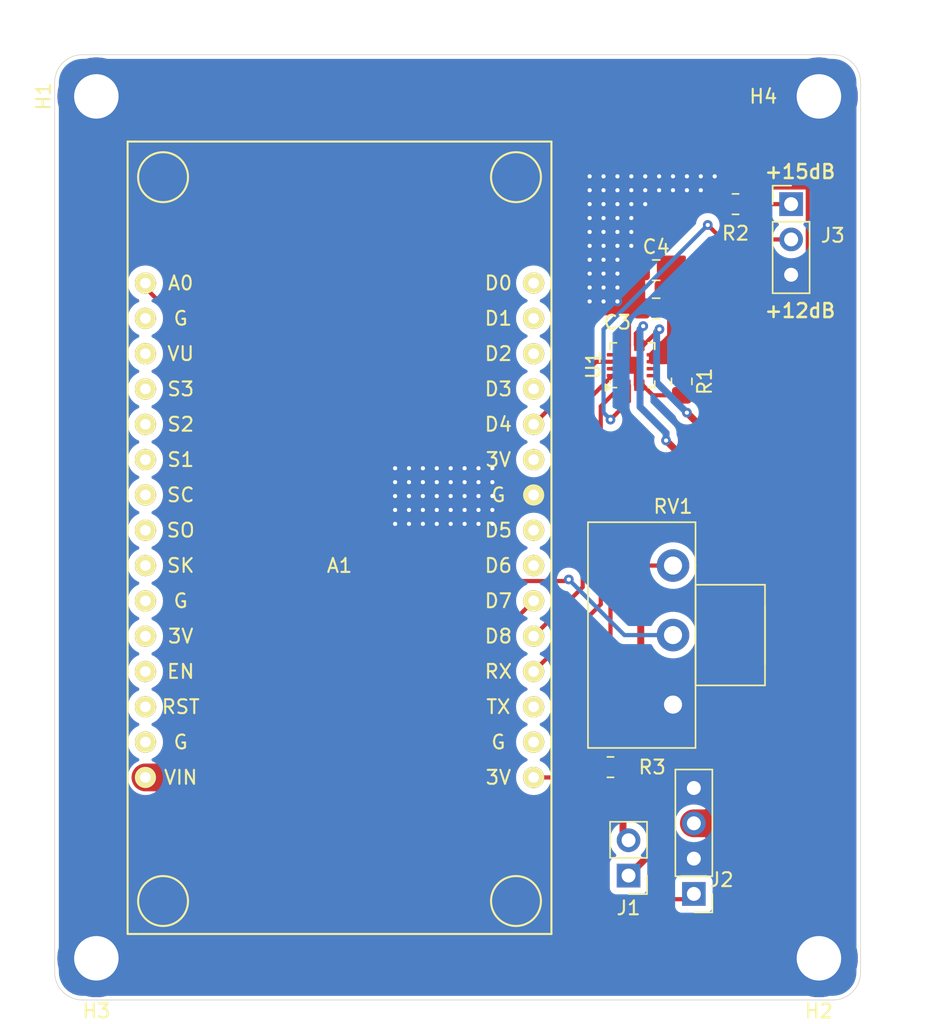
<source format=kicad_pcb>
(kicad_pcb (version 20240108) (generator "pcbnew") (generator_version "8.0")
  (layers (0 "F.Cu" signal) (31 "B.Cu" signal) (34 "B.Paste" user) (35 "F.Paste" user) (36 "B.SilkS" user "B.Silkscreen") (37 "F.SilkS" user "F.Silkscreen") (38 "B.Mask" user) (39 "F.Mask" user) (44 "Edge.Cuts" user))
  (net 0 "")
  (net 1 "BCLK")
  (net 2 "LRC")
  (net 3 "DIN")
  (net 4 "Net-(J1-Pin_1)")
  (net 5 "Net-(J1-Pin_2)")
  (net 6 "GAIN_SELECT")
  (net 7 "Net-(U1-~{SD_MODE})")
  (net 12 "+3.3V")
  (net 13 "GND")
  (net 14 "+5V")
  (net 15 "Net-(J3-Pin_1)")
  (net 16 "Net-(A1-D7)")
  (net 17 "Net-(A1-A0)")
  (footprint "Connector_PinHeader_2.54mm:PinHeader_1x03_P2.54mm_Vertical" (layer "F.Cu") (at 165 70.75)
    (property "Reference" "J3" (at 3 2.25 0) (layer "F.SilkS"))
    (property "Value" "Conn_01x03_Pin")
    (fp_line (start -1.33 -1.33) (end 0 -1.33) (stroke (width 0.12)) (layer "F.SilkS"))
    (fp_line (start -1.33 0) (end -1.33 -1.33) (stroke (width 0.12)) (layer "F.SilkS"))
    (fp_line (start -1.33 1.27) (end -1.33 6.41) (stroke (width 0.12)) (layer "F.SilkS"))
    (fp_line (start -1.33 1.27) (end 1.33 1.27) (stroke (width 0.12)) (layer "F.SilkS"))
    (fp_line (start -1.33 6.41) (end 1.33 6.41) (stroke (width 0.12)) (layer "F.SilkS"))
    (fp_line (start 1.33 1.27) (end 1.33 6.41) (stroke (width 0.12)) (layer "F.SilkS"))
    (pad "1" thru_hole rect (at 0 0) (size 1.7 1.7) (drill 1) (layers "*.Cu" "*.Mask") (net 15 "Net-(J3-Pin_1)"))
    (pad "2" thru_hole oval (at 0 2.54) (size 1.7 1.7) (drill 1) (layers "*.Cu" "*.Mask") (net 6 "GAIN_SELECT"))
    (pad "3" thru_hole oval (at 0 5.08) (size 1.7 1.7) (drill 1) (layers "*.Cu" "*.Mask") (net 13 "GND"))
  )
  (footprint "Connector_PinHeader_2.54mm:PinHeader_1x04_P2.54mm_Vertical" (layer "F.Cu") (at 158 120.37 180)
    (property "Reference" "J2" (at -2 1.02 0) (layer "F.SilkS"))
    (property "Value" "Conn_01x04_Pin")
    (fp_line (start 1.33 1.27) (end 1.33 8.95) (stroke (width 0.12)) (layer "F.SilkS"))
    (fp_line (start -1.33 8.95) (end 1.33 8.95) (stroke (width 0.12)) (layer "F.SilkS"))
    (fp_line (start -1.33 1.27) (end 1.33 1.27) (stroke (width 0.12)) (layer "F.SilkS"))
    (fp_line (start -1.33 1.27) (end -1.33 8.95) (stroke (width 0.12)) (layer "F.SilkS"))
    (fp_line (start -1.33 0) (end -1.33 -1.33) (stroke (width 0.12)) (layer "F.SilkS"))
    (fp_line (start -1.33 -1.33) (end 0 -1.33) (stroke (width 0.12)) (layer "F.SilkS"))
    (pad "1" thru_hole rect (at 0 0 180) (size 1.7 1.7) (drill 1) (layers "*.Cu" "*.Mask") (net 16 "Net-(A1-D7)"))
    (pad "2" thru_hole oval (at 0 2.54 180) (size 1.7 1.7) (drill 1) (layers "*.Cu" "*.Mask") (net 13 "GND"))
    (pad "3" thru_hole oval (at 0 5.08 180) (size 1.7 1.7) (drill 1) (layers "*.Cu" "*.Mask") (net 14 "+5V"))
    (pad "4" thru_hole oval (at 0 7.62 180) (size 1.7 1.7) (drill 1) (layers "*.Cu" "*.Mask") (net 13 "GND"))
  )
  (footprint "MountingHole:MountingHole_3.2mm_M3_DIN965_Pad_TopBottom" (layer "F.Cu") (at 167 63 180)
    (property "Reference" "H4" (at 4 0 180) (layer "F.SilkS"))
    (property "Value" "MountingHole_Pad")
    (pad "1" thru_hole circle (at 0 0 180) (size 3.6 3.6) (drill 3.2) (layers "*.Cu" "*.Mask") (net 13 "GND"))
    (pad "1" connect circle (at 0 0 180) (size 5.6 5.6) (layers "F.Cu" "F.Mask") (net 13 "GND"))
    (pad "1" connect circle (at 0 0 180) (size 5.6 5.6) (layers "B.Cu" "B.Mask") (net 13 "GND"))
  )
  (footprint "Resistor_SMD:R_0805_2012Metric_Pad1.20x1.40mm_HandSolder" (layer "F.Cu") (at 157.125 83.5 -90)
    (property "Reference" "R1" (at 0 -1.65 90) (layer "F.SilkS"))
    (property "Value" "1M")
    (fp_line (start -0.227064 0.735) (end 0.227064 0.735) (stroke (width 0.12)) (layer "F.SilkS"))
    (fp_line (start -0.227064 -0.735) (end 0.227064 -0.735) (stroke (width 0.12)) (layer "F.SilkS"))
    (pad "1" smd roundrect (at -1 0 270) (size 1.2 1.4) (layers "F.Cu" "F.Paste" "F.Mask") (roundrect_rratio 0.208333) (net 14 "+5V"))
    (pad "2" smd roundrect (at 1 0 270) (size 1.2 1.4) (layers "F.Cu" "F.Paste" "F.Mask") (roundrect_rratio 0.208333) (net 7 "Net-(U1-~{SD_MODE})"))
  )
  (footprint "MountingHole:MountingHole_3.2mm_M3_DIN965_Pad_TopBottom" (layer "F.Cu") (at 167 125 180)
    (property "Reference" "H2" (at 0 -3.8 180) (layer "F.SilkS"))
    (property "Value" "MountingHole_Pad")
    (pad "1" thru_hole circle (at 0 0 180) (size 3.6 3.6) (drill 3.2) (layers "*.Cu" "*.Mask") (net 13 "GND"))
    (pad "1" connect circle (at 0 0 180) (size 5.6 5.6) (layers "F.Cu" "F.Mask") (net 13 "GND"))
    (pad "1" connect circle (at 0 0 180) (size 5.6 5.6) (layers "B.Cu" "B.Mask") (net 13 "GND"))
  )
  (footprint "Capacitor_SMD:C_0805_2012Metric_Pad1.18x1.45mm_HandSolder" (layer "F.Cu") (at 155.2875 75.5)
    (property "Reference" "C4" (at 0 -1.68 0) (layer "F.SilkS"))
    (property "Value" "10uF")
    (fp_line (start -0.261252 -0.735) (end 0.261252 -0.735) (stroke (width 0.12)) (layer "F.SilkS"))
    (fp_line (start -0.261252 0.735) (end 0.261252 0.735) (stroke (width 0.12)) (layer "F.SilkS"))
    (pad "1" smd roundrect (at -1.0375 0) (size 1.175 1.45) (layers "F.Cu" "F.Paste" "F.Mask") (roundrect_rratio 0.212766) (net 13 "GND"))
    (pad "2" smd roundrect (at 1.0375 0) (size 1.175 1.45) (layers "F.Cu" "F.Paste" "F.Mask") (roundrect_rratio 0.212766) (net 14 "+5V"))
  )
  (footprint "Potentiometer_THT:Potentiometer_Piher_T-16H_Single_Horizontal" (layer "F.Cu") (at 156.5 106.75)
    (property "Reference" "RV1" (at 0 -14.25 0) (layer "F.SilkS"))
    (property "Value" "R_Potentiometer")
    (fp_line (start -6.12 -13.12) (end -6.12 3.12) (stroke (width 0.12)) (layer "F.SilkS"))
    (fp_line (start -6.12 -13.12) (end 1.62 -13.12) (stroke (width 0.12)) (layer "F.SilkS"))
    (fp_line (start -6.12 3.12) (end 1.62 3.12) (stroke (width 0.12)) (layer "F.SilkS"))
    (fp_line (start 1.62 -13.12) (end 1.62 3.12) (stroke (width 0.12)) (layer "F.SilkS"))
    (fp_line (start 1.62 -8.62) (end 1.62 -1.38) (stroke (width 0.12)) (layer "F.SilkS"))
    (fp_line (start 1.62 -8.62) (end 6.62 -8.62) (stroke (width 0.12)) (layer "F.SilkS"))
    (fp_line (start 1.62 -1.38) (end 6.62 -1.38) (stroke (width 0.12)) (layer "F.SilkS"))
    (fp_line (start 6.62 -8.62) (end 6.62 -1.38) (stroke (width 0.12)) (layer "F.SilkS"))
    (fp_line (start 6.62 -7.12) (end 6.62 -2.88) (stroke (width 0.12)) (layer "F.SilkS"))
    (pad "1" thru_hole circle (at 0 0) (size 2.34 2.34) (drill 1.3) (layers "*.Cu" "*.Mask") (net 13 "GND"))
    (pad "2" thru_hole circle (at 0 -5) (size 2.34 2.34) (drill 1.3) (layers "*.Cu" "*.Mask") (net 17 "Net-(A1-A0)"))
    (pad "3" thru_hole circle (at 0 -10) (size 2.34 2.34) (drill 1.3) (layers "*.Cu" "*.Mask") (net 12 "+3.3V"))
  )
  (footprint "MountingHole:MountingHole_3.2mm_M3_DIN965_Pad_TopBottom" (layer "F.Cu") (at 115 125 180)
    (property "Reference" "H3" (at 0 -3.8 180) (layer "F.SilkS"))
    (property "Value" "MountingHole_Pad")
    (pad "1" thru_hole circle (at 0 0 180) (size 3.6 3.6) (drill 3.2) (layers "*.Cu" "*.Mask") (net 13 "GND"))
    (pad "1" connect circle (at 0 0 180) (size 5.6 5.6) (layers "F.Cu" "F.Mask") (net 13 "GND"))
    (pad "1" connect circle (at 0 0 180) (size 5.6 5.6) (layers "B.Cu" "B.Mask") (net 13 "GND"))
  )
  (footprint "MountingHole:MountingHole_3.2mm_M3_DIN965_Pad_TopBottom" (layer "F.Cu") (at 115 63 90)
    (property "Reference" "H1" (at 0 -3.8 90) (layer "F.SilkS"))
    (property "Value" "MountingHole_Pad")
    (pad "1" thru_hole circle (at 0 0 90) (size 3.6 3.6) (drill 3.2) (layers "*.Cu" "*.Mask") (net 13 "GND"))
    (pad "1" connect circle (at 0 0 90) (size 5.6 5.6) (layers "F.Cu" "F.Mask") (net 13 "GND"))
    (pad "1" connect circle (at 0 0 90) (size 5.6 5.6) (layers "B.Cu" "B.Mask") (net 13 "GND"))
  )
  (footprint "footprints:NodeMCU-LoLinV3" (layer "F.Cu") (at 132.5 96.75)
    (property "Reference" "A1" (at 0 0 0) (layer "F.SilkS"))
    (property "Value" "~")
    (fp_line (start -15.25 -30.5) (end -15.25 26.5) (stroke (width 0.15)) (layer "F.SilkS"))
    (fp_line (start -15.25 26.5) (end 15.25 26.5) (stroke (width 0.15)) (layer "F.SilkS"))
    (fp_line (start -14.75 -30.5) (end -15.25 -30.5) (stroke (width 0.15)) (layer "F.SilkS"))
    (fp_line (start 15.25 -30.5) (end -14.75 -30.5) (stroke (width 0.15)) (layer "F.SilkS"))
    (fp_line (start 15.25 26.5) (end 15.25 -30.5) (stroke (width 0.15)) (layer "F.SilkS"))
    (fp_circle (center -12.7 -27.94) (end -11.43 -29.21) (stroke (width 0.15)) (fill none) (layer "F.SilkS"))
    (fp_circle (center -12.7 24.13) (end -11.43 22.86) (stroke (width 0.15)) (fill none) (layer "F.SilkS"))
    (fp_circle (center 12.7 -27.94) (end 13.97 -29.21) (stroke (width 0.15)) (fill none) (layer "F.SilkS"))
    (fp_circle (center 12.7 24.13) (end 13.97 22.86) (stroke (width 0.15)) (fill none) (layer "F.SilkS"))
    (fp_text user "A0" (at -11.43 -20.32 0) (layer "F.SilkS"))
    (fp_text user "G" (at -11.43 -17.78 0) (layer "F.SilkS"))
    (fp_text user "D3" (at 11.43 -12.7 0) (layer "F.SilkS"))
    (fp_text user "G" (at 11.43 -5.08 0) (layer "F.SilkS"))
    (fp_text user "S1" (at -11.43 -7.62 0) (layer "F.SilkS"))
    (fp_text user "VU" (at -11.43 -15.24 0) (layer "F.SilkS"))
    (fp_text user "SO" (at -11.43 -2.54 0) (layer "F.SilkS"))
    (fp_text user "D5" (at 11.43 -2.54 0) (layer "F.SilkS"))
    (fp_text user "D6" (at 11.43 0 0) (layer "F.SilkS"))
    (fp_text user "SC" (at -11.43 -5.08 0) (layer "F.SilkS"))
    (fp_text user "3V" (at 11.43 15.24 0) (layer "F.SilkS"))
    (fp_text user "S2" (at -11.43 -10.16 0) (layer "F.SilkS"))
    (fp_text user "G" (at 11.43 12.7 0) (layer "F.SilkS"))
    (fp_text user "G" (at -11.43 12.7 0) (layer "F.SilkS"))
    (fp_text user "D0" (at 11.43 -20.32 0) (layer "F.SilkS"))
    (fp_text user "D4" (at 11.43 -10.16 0) (layer "F.SilkS"))
    (fp_text user "S3" (at -11.43 -12.7 0) (layer "F.SilkS"))
    (fp_text user "RX" (at 11.43 7.62 0) (layer "F.SilkS"))
    (fp_text user "VIN" (at -11.43 15.24 0) (layer "F.SilkS"))
    (fp_text user "D2" (at 11.43 -15.24 0) (layer "F.SilkS"))
    (fp_text user "SK" (at -11.43 0 0) (layer "F.SilkS"))
    (fp_text user "3V" (at -11.43 5.08 0) (layer "F.SilkS"))
    (fp_text user "EN" (at -11.43 7.62 0) (layer "F.SilkS"))
    (fp_text user "D8" (at 11.43 5.08 0) (layer "F.SilkS"))
    (fp_text user "3V" (at 11.43 -7.62 0) (layer "F.SilkS"))
    (fp_text user "G" (at -11.43 2.54 0) (layer "F.SilkS"))
    (fp_text user "D7" (at 11.43 2.54 0) (layer "F.SilkS"))
    (fp_text user "TX" (at 11.43 10.16 0) (layer "F.SilkS"))
    (fp_text user "RST" (at -11.43 10.16 0) (layer "F.SilkS"))
    (fp_text user "D1" (at 11.43 -17.78 0) (layer "F.SilkS"))
    (pad "1" thru_hole circle (at -13.97 -20.32) (size 1.524 1.524) (drill 0.762) (layers "*.Cu" "*.Mask" "F.SilkS") (net 17 "Net-(A1-A0)"))
    (pad "2" thru_hole circle (at -13.97 -17.78) (size 1.524 1.524) (drill 0.762) (layers "*.Cu" "*.Mask" "F.SilkS"))
    (pad "3" thru_hole circle (at -13.97 -15.24) (size 1.524 1.524) (drill 0.762) (layers "*.Cu" "*.Mask" "F.SilkS"))
    (pad "4" thru_hole circle (at -13.97 -12.7) (size 1.524 1.524) (drill 0.762) (layers "*.Cu" "*.Mask" "F.SilkS"))
    (pad "5" thru_hole circle (at -13.97 -10.16) (size 1.524 1.524) (drill 0.762) (layers "*.Cu" "*.Mask" "F.SilkS"))
    (pad "6" thru_hole circle (at -13.97 -7.62) (size 1.524 1.524) (drill 0.762) (layers "*.Cu" "*.Mask" "F.SilkS"))
    (pad "7" thru_hole circle (at -13.97 -5.08) (size 1.524 1.524) (drill 0.762) (layers "*.Cu" "*.Mask" "F.SilkS"))
    (pad "8" thru_hole circle (at -13.97 -2.54) (size 1.524 1.524) (drill 0.762) (layers "*.Cu" "*.Mask" "F.SilkS"))
    (pad "9" thru_hole circle (at -13.97 0) (size 1.524 1.524) (drill 0.762) (layers "*.Cu" "*.Mask" "F.SilkS"))
    (pad "10" thru_hole circle (at -13.97 2.54) (size 1.524 1.524) (drill 0.762) (layers "*.Cu" "*.Mask" "F.SilkS"))
    (pad "11" thru_hole circle (at -13.97 5.08) (size 1.524 1.524) (drill 0.762) (layers "*.Cu" "*.Mask" "F.SilkS"))
    (pad "12" thru_hole circle (at -13.97 7.62) (size 1.524 1.524) (drill 0.762) (layers "*.Cu" "*.Mask" "F.SilkS"))
    (pad "13" thru_hole circle (at -13.97 10.16) (size 1.524 1.524) (drill 0.762) (layers "*.Cu" "*.Mask" "F.SilkS"))
    (pad "14" thru_hole circle (at -13.97 12.7) (size 1.524 1.524) (drill 0.762) (layers "*.Cu" "*.Mask" "F.SilkS"))
    (pad "15" thru_hole circle (at -13.97 15.24) (size 1.524 1.524) (drill 0.762) (layers "*.Cu" "*.Mask" "F.SilkS") (net 14 "+5V"))
    (pad "16" thru_hole circle (at 13.97 15.24) (size 1.524 1.524) (drill 0.762) (layers "*.Cu" "*.Mask" "F.SilkS") (net 12 "+3.3V"))
    (pad "17" thru_hole circle (at 13.97 12.7) (size 1.524 1.524) (drill 0.762) (layers "*.Cu" "*.Mask" "F.SilkS"))
    (pad "18" thru_hole circle (at 13.97 10.16) (size 1.524 1.524) (drill 0.762) (layers "*.Cu" "*.Mask" "F.SilkS"))
    (pad "19" thru_hole circle (at 13.97 7.62) (size 1.524 1.524) (drill 0.762) (layers "*.Cu" "*.Mask" "F.SilkS") (net 3 "DIN"))
    (pad "20" thru_hole circle (at 13.97 5.08) (size 1.524 1.524) (drill 0.762) (layers "*.Cu" "*.Mask" "F.SilkS") (net 1 "BCLK"))
    (pad "21" thru_hole circle (at 13.97 2.54) (size 1.524 1.524) (drill 0.762) (layers "*.Cu" "*.Mask" "F.SilkS") (net 16 "Net-(A1-D7)"))
    (pad "22" thru_hole circle (at 13.97 0) (size 1.524 1.524) (drill 0.762) (layers "*.Cu" "*.Mask" "F.SilkS"))
    (pad "23" thru_hole circle (at 13.97 -2.54) (size 1.524 1.524) (drill 0.762) (layers "*.Cu" "*.Mask" "F.SilkS"))
    (pad "24" thru_hole circle (at 13.97 -5.08) (size 1.524 1.524) (drill 0.762) (layers "*.Cu" "*.Mask" "F.SilkS") (net 13 "GND"))
    (pad "25" thru_hole circle (at 13.97 -7.62) (size 1.524 1.524) (drill 0.762) (layers "*.Cu" "*.Mask" "F.SilkS"))
    (pad "26" thru_hole circle (at 13.97 -10.16) (size 1.524 1.524) (drill 0.762) (layers "*.Cu" "*.Mask" "F.SilkS") (net 2 "LRC"))
    (pad "27" thru_hole circle (at 13.97 -12.7) (size 1.524 1.524) (drill 0.762) (layers "*.Cu" "*.Mask" "F.SilkS"))
    (pad "28" thru_hole circle (at 13.97 -15.24) (size 1.524 1.524) (drill 0.762) (layers "*.Cu" "*.Mask" "F.SilkS"))
    (pad "29" thru_hole circle (at 13.97 -17.78) (size 1.524 1.524) (drill 0.762) (layers "*.Cu" "*.Mask" "F.SilkS"))
    (pad "30" thru_hole circle (at 13.97 -20.32) (size 1.524 1.524) (drill 0.762) (layers "*.Cu" "*.Mask" "F.SilkS"))
  )
  (footprint "Resistor_SMD:R_0805_2012Metric_Pad1.20x1.40mm_HandSolder" (layer "F.Cu") (at 152 111.25 180)
    (property "Reference" "R3" (at -3 0 0) (layer "F.SilkS"))
    (property "Value" "10K")
    (fp_line (start -0.227064 0.735) (end 0.227064 0.735) (stroke (width 0.12)) (layer "F.SilkS"))
    (fp_line (start -0.227064 -0.735) (end 0.227064 -0.735) (stroke (width 0.12)) (layer "F.SilkS"))
    (pad "1" smd roundrect (at -1 0 180) (size 1.2 1.4) (layers "F.Cu" "F.Paste" "F.Mask") (roundrect_rratio 0.208333) (net 12 "+3.3V"))
    (pad "2" smd roundrect (at 1 0 180) (size 1.2 1.4) (layers "F.Cu" "F.Paste" "F.Mask") (roundrect_rratio 0.208333) (net 16 "Net-(A1-D7)"))
  )
  (footprint "Connector_PinHeader_2.54mm:PinHeader_1x02_P2.54mm_Vertical" (layer "F.Cu") (at 153.3 119.05 180)
    (property "Reference" "J1" (at 0 -2.33 180) (layer "F.SilkS"))
    (property "Value" "Conn_01x02")
    (fp_line (start 1.33 1.27) (end 1.33 3.87) (stroke (width 0.12)) (layer "F.SilkS"))
    (fp_line (start -1.33 3.87) (end 1.33 3.87) (stroke (width 0.12)) (layer "F.SilkS"))
    (fp_line (start -1.33 1.27) (end 1.33 1.27) (stroke (width 0.12)) (layer "F.SilkS"))
    (fp_line (start -1.33 1.27) (end -1.33 3.87) (stroke (width 0.12)) (layer "F.SilkS"))
    (fp_line (start -1.33 0) (end -1.33 -1.33) (stroke (width 0.12)) (layer "F.SilkS"))
    (fp_line (start -1.33 -1.33) (end 0 -1.33) (stroke (width 0.12)) (layer "F.SilkS"))
    (pad "1" thru_hole rect (at 0 0 180) (size 1.7 1.7) (drill 1) (layers "*.Cu" "*.Mask") (net 4 "Net-(J1-Pin_1)"))
    (pad "2" thru_hole oval (at 0 2.54 180) (size 1.7 1.7) (drill 1) (layers "*.Cu" "*.Mask") (net 5 "Net-(J1-Pin_2)"))
  )
  (footprint "Package_DFN_QFN:TQFN-16-1EP_3x3mm_P0.5mm_EP1.23x1.23mm" (layer "F.Cu") (at 153.575 82.3375 90)
    (property "Reference" "U1" (at 0 -2.8 90) (layer "F.SilkS"))
    (property "Value" "MAX98357A")
    (fp_line (start 1.61 -1.61) (end 1.61 -1.135) (stroke (width 0.12)) (layer "F.SilkS"))
    (fp_line (start 1.135 -1.61) (end 1.61 -1.61) (stroke (width 0.12)) (layer "F.SilkS"))
    (fp_line (start -1.135 -1.61) (end -1.31 -1.61) (stroke (width 0.12)) (layer "F.SilkS"))
    (fp_line (start -1.61 -1.135) (end -1.61 -1.37) (stroke (width 0.12)) (layer "F.SilkS"))
    (fp_line (start 1.61 1.61) (end 1.61 1.135) (stroke (width 0.12)) (layer "F.SilkS"))
    (fp_line (start 1.135 1.61) (end 1.61 1.61) (stroke (width 0.12)) (layer "F.SilkS"))
    (fp_line (start -1.135 1.61) (end -1.61 1.61) (stroke (width 0.12)) (layer "F.SilkS"))
    (fp_line (start -1.61 1.61) (end -1.61 1.135) (stroke (width 0.12)) (layer "F.SilkS"))
    (fp_poly (pts (xy -1.61 -1.61) (xy -1.85 -1.94) (xy -1.37 -1.94) (xy -1.61 -1.61)) (stroke (width 0.12)) (fill solid) (layer "F.SilkS"))
    (pad "1" smd roundrect (at -1.4375 -0.75 90) (size 0.825 0.25) (layers "F.Cu" "F.Paste" "F.Mask") (net 3 "DIN"))
    (pad "2" smd roundrect (at -1.4375 -0.25 90) (size 0.825 0.25) (layers "F.Cu" "F.Paste" "F.Mask") (net 6 "GAIN_SELECT"))
    (pad "3" smd roundrect (at -1.4375 0.25 90) (size 0.825 0.25) (layers "F.Cu" "F.Paste" "F.Mask") (net 13 "GND"))
    (pad "4" smd roundrect (at -1.4375 0.75 90) (size 0.825 0.25) (layers "F.Cu" "F.Paste" "F.Mask") (net 7 "Net-(U1-~{SD_MODE})"))
    (pad "5" smd roundrect (at -0.75 1.4375 90) (size 0.25 0.825) (layers "F.Cu" "F.Paste" "F.Mask"))
    (pad "6" smd roundrect (at -0.25 1.4375 90) (size 0.25 0.825) (layers "F.Cu" "F.Paste" "F.Mask"))
    (pad "7" smd roundrect (at 0.25 1.4375 90) (size 0.25 0.825) (layers "F.Cu" "F.Paste" "F.Mask") (net 14 "+5V"))
    (pad "8" smd roundrect (at 0.75 1.4375 90) (size 0.25 0.825) (layers "F.Cu" "F.Paste" "F.Mask") (net 14 "+5V"))
    (pad "9" smd roundrect (at 1.4375 0.75 90) (size 0.825 0.25) (layers "F.Cu" "F.Paste" "F.Mask") (net 4 "Net-(J1-Pin_1)"))
    (pad "10" smd roundrect (at 1.4375 0.25 90) (size 0.825 0.25) (layers "F.Cu" "F.Paste" "F.Mask") (net 5 "Net-(J1-Pin_2)"))
    (pad "11" smd roundrect (at 1.4375 -0.25 90) (size 0.825 0.25) (layers "F.Cu" "F.Paste" "F.Mask") (net 13 "GND"))
    (pad "12" smd roundrect (at 1.4375 -0.75 90) (size 0.825 0.25) (layers "F.Cu" "F.Paste" "F.Mask"))
    (pad "13" smd roundrect (at 0.75 -1.4375 90) (size 0.25 0.825) (layers "F.Cu" "F.Paste" "F.Mask"))
    (pad "14" smd roundrect (at 0.25 -1.4375 90) (size 0.25 0.825) (layers "F.Cu" "F.Paste" "F.Mask") (net 2 "LRC"))
    (pad "15" smd roundrect (at -0.25 -1.4375 90) (size 0.25 0.825) (layers "F.Cu" "F.Paste" "F.Mask") (net 13 "GND"))
    (pad "16" smd roundrect (at -0.75 -1.4375 90) (size 0.25 0.825) (layers "F.Cu" "F.Paste" "F.Mask") (net 1 "BCLK"))
    (pad "17" smd rect (at 0 0 90) (size 1.23 1.23) (property pad_prop_heatsink) (layers "F.Cu" "F.Mask") (net 13 "GND"))
  )
  (footprint "Resistor_SMD:R_0805_2012Metric_Pad1.20x1.40mm_HandSolder" (layer "F.Cu") (at 161 70.75)
    (property "Reference" "R2" (at 0 2.1 0) (layer "F.SilkS"))
    (property "Value" "R")
    (fp_line (start -0.227064 -0.735) (end 0.227064 -0.735) (stroke (width 0.12)) (layer "F.SilkS"))
    (fp_line (start -0.227064 0.735) (end 0.227064 0.735) (stroke (width 0.12)) (layer "F.SilkS"))
    (pad "1" smd roundrect (at -1 0) (size 1.2 1.4) (layers "F.Cu" "F.Paste" "F.Mask") (roundrect_rratio 0.208333) (net 13 "GND"))
    (pad "2" smd roundrect (at 1 0) (size 1.2 1.4) (layers "F.Cu" "F.Paste" "F.Mask") (roundrect_rratio 0.208333) (net 15 "Net-(J3-Pin_1)"))
  )
  (footprint "Capacitor_SMD:C_0805_2012Metric_Pad1.18x1.45mm_HandSolder" (layer "F.Cu") (at 155.2875 78.25)
    (property "Reference" "C3" (at -2.7875 1 0) (layer "F.SilkS"))
    (property "Value" "0.1uF")
    (fp_line (start -0.261252 -0.735) (end 0.261252 -0.735) (stroke (width 0.12)) (layer "F.SilkS"))
    (fp_line (start -0.261252 0.735) (end 0.261252 0.735) (stroke (width 0.12)) (layer "F.SilkS"))
    (pad "1" smd roundrect (at -1.0375 0) (size 1.175 1.45) (layers "F.Cu" "F.Paste" "F.Mask") (roundrect_rratio 0.212766) (net 13 "GND"))
    (pad "2" smd roundrect (at 1.0375 0) (size 1.175 1.45) (layers "F.Cu" "F.Paste" "F.Mask") (roundrect_rratio 0.212766) (net 14 "+5V"))
  )
  (gr_line (start 168 128) (end 114 128) (stroke (width 0.05)) (layer "Edge.Cuts"))
  (gr_line (start 114 60) (end 168 60) (stroke (width 0.05)) (layer "Edge.Cuts"))
  (gr_line (start 170 62) (end 170 126) (stroke (width 0.05)) (layer "Edge.Cuts"))
  (gr_arc (start 168 60) (mid 169.414214 60.585786) (end 170 62) (stroke (width 0.05)) (layer "Edge.Cuts"))
  (gr_line (start 112 126) (end 112 62) (stroke (width 0.05)) (layer "Edge.Cuts"))
  (gr_arc (start 112 62) (mid 112.585786 60.585786) (end 114 60) (stroke (width 0.05)) (layer "Edge.Cuts"))
  (gr_arc (start 170 126) (mid 169.414214 127.414214) (end 168 128) (stroke (width 0.05)) (layer "Edge.Cuts"))
  (gr_arc (start 114 128) (mid 112.585786 127.414214) (end 112 126) (stroke (width 0.05)) (layer "Edge.Cuts"))
  (gr_text "+12dB\n" (at 163 79 0) (layer "F.SilkS") (effects (font (size 1 1) (thickness 0.18) (bold yes)) (justify left bottom)))
  (gr_text "+15dB\n" (at 163 69 0) (layer "F.SilkS") (effects (font (size 1 1) (thickness 0.18) (bold yes)) (justify left bottom)))
  (segment (start 152.1375 83.0875) (end 150 85.225) (width 0.3) (layer "F.Cu") (net 1))
  (segment (start 150 85.225) (end 150 98.3) (width 0.3) (layer "F.Cu") (net 1))
  (segment (start 150 98.3) (end 146.47 101.83) (width 0.3) (layer "F.Cu") (net 1))
  (segment (start 150.9725 82.0875) (end 146.47 86.59) (width 0.3) (layer "F.Cu") (net 2))
  (segment (start 152.1375 82.0875) (end 150.9725 82.0875) (width 0.3) (layer "F.Cu") (net 2))
  (segment (start 152.825 83.775) (end 151.3 85.3) (width 0.3) (layer "F.Cu") (net 3))
  (segment (start 151.3 85.3) (end 151.3 99.54) (width 0.3) (layer "F.Cu") (net 3))
  (segment (start 151.3 99.54) (end 146.47 104.37) (width 0.3) (layer "F.Cu") (net 3))
  (segment (start 154.325 80.9) (end 154.375 80.9) (width 0.3) (layer "F.Cu") (net 4))
  (segment (start 157.5 85.75) (end 161 89.25) (width 0.5) (layer "F.Cu") (net 4))
  (segment (start 154.88 117.47) (end 153.3 119.05) (width 0.5) (layer "F.Cu") (net 4))
  (segment (start 156 104.75) (end 154.88 105.87) (width 0.5) (layer "F.Cu") (net 4))
  (segment (start 154.88 105.87) (end 154.88 117.47) (width 0.5) (layer "F.Cu") (net 4))
  (segment (start 161 104.75) (end 156 104.75) (width 0.5) (layer "F.Cu") (net 4))
  (segment (start 161 89.25) (end 161 104.75) (width 0.5) (layer "F.Cu") (net 4))
  (segment (start 154.375 80.9) (end 155.525 79.75) (width 0.3) (layer "F.Cu") (net 4))
  (via (at 155.525 79.75) (size 0.7) (drill 0.3) (layers "F.Cu" "B.Cu") (net 4))
  (via (at 157.5 85.75) (size 0.7) (drill 0.3) (layers "F.Cu" "B.Cu") (net 4))
  (segment (start 155.320414 79.954586) (end 155.320414 83.570414) (width 0.5) (layer "B.Cu") (net 4))
  (segment (start 155.525 79.75) (end 155.320414 79.954586) (width 0.5) (layer "B.Cu") (net 4))
  (segment (start 155.320414 83.570414) (end 157.5 85.75) (width 0.5) (layer "B.Cu") (net 4))
  (segment (start 155 99.25) (end 159 99.25) (width 0.5) (layer "F.Cu") (net 5))
  (segment (start 153.825 80.055304) (end 154.355304 79.525) (width 0.3) (layer "F.Cu") (net 5))
  (segment (start 152.9 116.11) (end 153.3 116.51) (width 0.5) (layer "F.Cu") (net 5))
  (segment (start 153.825 80.9) (end 153.825 80.055304) (width 0.3) (layer "F.Cu") (net 5))
  (segment (start 159 99.25) (end 159 90.75) (width 0.5) (layer "F.Cu") (net 5))
  (segment (start 152.9 113.146878) (end 154.18 111.866878) (width 0.5) (layer "F.Cu") (net 5))
  (segment (start 154.18 111.866878) (end 154.18 100.07) (width 0.5) (layer "F.Cu") (net 5))
  (segment (start 159 90.75) (end 156 87.75) (width 0.5) (layer "F.Cu") (net 5))
  (segment (start 152.9 113.146878) (end 152.9 116.11) (width 0.5) (layer "F.Cu") (net 5))
  (segment (start 154.18 100.07) (end 155 99.25) (width 0.5) (layer "F.Cu") (net 5))
  (via (at 154.355304 79.525) (size 0.7) (drill 0.3) (layers "F.Cu" "B.Cu") (net 5))
  (via (at 156 87.75) (size 0.7) (drill 0.3) (layers "F.Cu" "B.Cu") (net 5))
  (segment (start 156 87.206371) (end 154.125 85.331371) (width 0.5) (layer "B.Cu") (net 5))
  (segment (start 156 87.75) (end 156 87.206371) (width 0.5) (layer "B.Cu") (net 5))
  (segment (start 154.125 85.331371) (end 154.125 79.755304) (width 0.5) (layer "B.Cu") (net 5))
  (segment (start 154.125 79.755304) (end 154.355304 79.525) (width 0.5) (layer "B.Cu") (net 5))
  (segment (start 160.04 73.29) (end 159 72.25) (width 0.3) (layer "F.Cu") (net 6))
  (segment (start 152 86.25) (end 153.325 84.925) (width 0.3) (layer "F.Cu") (net 6))
  (segment (start 153.325 84.925) (end 153.325 83.775) (width 0.3) (layer "F.Cu") (net 6))
  (segment (start 165 73.29) (end 160.04 73.29) (width 0.3) (layer "F.Cu") (net 6))
  (via (at 159 72.25) (size 0.7) (drill 0.3) (layers "F.Cu" "B.Cu") (net 6))
  (via (at 152 86.25) (size 0.7) (drill 0.3) (layers "F.Cu" "B.Cu") (net 6))
  (segment (start 151.5 79.75) (end 159 72.25) (width 0.3) (layer "B.Cu") (net 6))
  (segment (start 151.5 85.75) (end 151.5 79.75) (width 0.3) (layer "B.Cu") (net 6))
  (segment (start 152 86.25) (end 151.5 85.75) (width 0.3) (layer "B.Cu") (net 6))
  (segment (start 155.05 84.5) (end 157.125 84.5) (width 0.3) (layer "F.Cu") (net 7))
  (segment (start 154.325 83.775) (end 155.05 84.5) (width 0.3) (layer "F.Cu") (net 7))
  (segment (start 152 109.75) (end 150 109.75) (width 0.3) (layer "F.Cu") (net 12))
  (segment (start 154 96.75) (end 152 98.75) (width 0.3) (layer "F.Cu") (net 12))
  (segment (start 152 98.75) (end 152 109.75) (width 0.3) (layer "F.Cu") (net 12))
  (segment (start 152 110.25) (end 153 111.25) (width 0.3) (layer "F.Cu") (net 12))
  (segment (start 150 109.75) (end 147.76 111.99) (width 0.3) (layer "F.Cu") (net 12))
  (segment (start 147.76 111.99) (end 146.47 111.99) (width 0.3) (layer "F.Cu") (net 12))
  (segment (start 152 109.75) (end 152 110.25) (width 0.3) (layer "F.Cu") (net 12))
  (segment (start 156.5 96.75) (end 154 96.75) (width 0.3) (layer "F.Cu") (net 12))
  (segment (start 166.2 74.63) (end 166.2 69.55) (width 0.3) (layer "F.Cu") (net 13))
  (segment (start 165 75.83) (end 166.2 74.63) (width 0.3) (layer "F.Cu") (net 13))
  (segment (start 156 115.83) (end 156 114.75) (width 0.3) (layer "F.Cu") (net 13))
  (segment (start 154.25 72.5) (end 156 70.75) (width 0.3) (layer "F.Cu") (net 13))
  (segment (start 161.2 69.55) (end 160 70.75) (width 0.3) (layer "F.Cu") (net 13))
  (segment (start 154 78.25) (end 153.325 78.925) (width 0.3) (layer "F.Cu") (net 13))
  (segment (start 156.5 106.75) (end 156.5 111.25) (width 2) (layer "F.Cu") (net 13))
  (segment (start 153.325 80.9) (end 153.325 78.925) (width 0.3) (layer "F.Cu") (net 13))
  (segment (start 154.25 78.25) (end 154.25 75.5) (width 0.3) (layer "F.Cu") (net 13))
  (segment (start 153.325 82.5875) (end 152.1375 82.5875) (width 0.3) (layer "F.Cu") (net 13))
  (segment (start 153.325 80.9) (end 153.325 82.0875) (width 0.3) (layer "F.Cu") (net 13))
  (segment (start 153.325 82.0875) (end 153.575 82.3375) (width 0.3) (layer "F.Cu") (net 13))
  (segment (start 154.25 75.5) (end 154.25 72.5) (width 0.3) (layer "F.Cu") (net 13))
  (segment (start 154.25 78.25) (end 154 78.25) (width 0.3) (layer "F.Cu") (net 13))
  (segment (start 156 114.75) (end 158 112.75) (width 0.3) (layer "F.Cu") (net 13))
  (segment (start 156 70.75) (end 160 70.75) (width 0.3) (layer "F.Cu") (net 13))
  (segment (start 153.825 83.775) (end 153.825 82.5875) (width 0.3) (layer "F.Cu") (net 13))
  (segment (start 153.575 82.3375) (end 153.325 82.5875) (width 0.3) (layer "F.Cu") (net 13))
  (segment (start 158 117.83) (end 156 115.83) (width 0.3) (layer "F.Cu") (net 13))
  (segment (start 153.825 82.5875) (end 153.575 82.3375) (width 0.3) (layer "F.Cu") (net 13))
  (segment (start 166.2 69.55) (end 161.2 69.55) (width 0.3) (layer "F.Cu") (net 13))
  (segment (start 156.5 111.25) (end 158 112.75) (width 2) (layer "F.Cu") (net 13))
  (via (at 142.5 93.75) (size 0.7) (drill 0.3) (layers "F.Cu" "B.Cu") (net 13))
  (via (at 142.5 91.75) (size 0.7) (drill 0.3) (layers "F.Cu" "B.Cu") (net 13))
  (via (at 143.5 92.75) (size 0.7) (drill 0.3) (layers "F.Cu" "B.Cu") (net 13))
  (via (at 151.5 70.75) (size 0.7) (drill 0.3) (layers "F.Cu" "B.Cu") (net 13))
  (via (at 154.5 68.75) (size 0.7) (drill 0.3) (layers "F.Cu" "B.Cu") (net 13))
  (via (at 141.5 89.75) (size 0.7) (drill 0.3) (layers "F.Cu" "B.Cu") (net 13))
  (via (at 138.5 89.75) (size 0.7) (drill 0.3) (layers "F.Cu" "B.Cu") (net 13))
  (via (at 157.5 68.75) (size 0.7) (drill 0.3) (layers "F.Cu" "B.Cu") (net 13))
  (via (at 150.5 73.75) (size 0.7) (drill 0.3) (layers "F.Cu" "B.Cu") (net 13))
  (via (at 152.5 74.75) (size 0.7) (drill 0.3) (layers "F.Cu" "B.Cu") (net 13))
  (via (at 150.5 72.75) (size 0.7) (drill 0.3) (layers "F.Cu" "B.Cu") (net 13))
  (via (at 143.5 91.75) (size 0.7) (drill 0.3) (layers "F.Cu" "B.Cu") (net 13))
  (via (at 150.5 77.75) (size 0.7) (drill 0.3) (layers "F.Cu" "B.Cu") (net 13))
  (via (at 137.5 92.75) (size 0.7) (drill 0.3) (layers "F.Cu" "B.Cu") (net 13))
  (via (at 142.5 90.75) (size 0.7) (drill 0.3) (layers "F.Cu" "B.Cu") (net 13))
  (via (at 141.5 91.75) (size 0.7) (drill 0.3) (layers "F.Cu" "B.Cu") (net 13))
  (via (at 151.5 68.75) (size 0.7) (drill 0.3) (layers "F.Cu" "B.Cu") (net 13))
  (via (at 143.5 89.75) (size 0.7) (drill 0.3) (layers "F.Cu" "B.Cu") (net 13))
  (via (at 137.5 93.75) (size 0.7) (drill 0.3) (layers "F.Cu" "B.Cu") (net 13))
  (via (at 155.5 68.75) (size 0.7) (drill 0.3) (layers "F.Cu" "B.Cu") (net 13))
  (via (at 138.5 92.75) (size 0.7) (drill 0.3) (layers "F.Cu" "B.Cu") (net 13))
  (via (at 140.5 91.75) (size 0.7) (drill 0.3) (layers "F.Cu" "B.Cu") (net 13))
  (via (at 153.5 71.75) (size 0.7) (drill 0.3) (layers "F.Cu" "B.Cu") (net 13))
  (via (at 142.5 92.75) (size 0.7) (drill 0.3) (layers "F.Cu" "B.Cu") (net 13))
  (via (at 140.5 90.75) (size 0.7) (drill 0.3) (layers "F.Cu" "B.Cu") (net 13))
  (via (at 142.5 89.75) (size 0.7) (drill 0.3) (layers "F.Cu" "B.Cu") (net 13))
  (via (at 152.5 72.75) (size 0.7) (drill 0.3) (layers "F.Cu" "B.Cu") (net 13))
  (via (at 136.5 90.75) (size 0.7) (drill 0.3) (layers "F.Cu" "B.Cu") (net 13))
  (via (at 136.5 93.75) (size 0.7) (drill 0.3) (layers "F.Cu" "B.Cu") (net 13))
  (via (at 136.5 91.75) (size 0.7) (drill 0.3) (layers "F.Cu" "B.Cu") (net 13))
  (via (at 158.5 68.75) (size 0.7) (drill 0.3) (layers "F.Cu" "B.Cu") (net 13))
  (via (at 151.5 77.75) (size 0.7) (drill 0.3) (layers "F.Cu" "B.Cu") (net 13))
  (via (at 151.5 75.75) (size 0.7) (drill 0.3) (layers "F.Cu" "B.Cu") (net 13))
  (via (at 141.5 92.75) (size 0.7) (drill 0.3) (layers "F.Cu" "B.Cu") (net 13))
  (via (at 151.5 69.75) (size 0.7) (drill 0.3) (layers "F.Cu" "B.Cu") (net 13))
  (via (at 139.5 92.75) (size 0.7) (drill 0.3) (layers "F.Cu" "B.Cu") (net 13))
  (via (at 139.5 93.75) (size 0.7) (drill 0.3) (layers "F.Cu" "B.Cu") (net 13))
  (via (at 141.5 93.75) (size 0.7) (drill 0.3) (layers "F.Cu" "B.Cu") (net 13))
  (via (at 152.5 77.75) (size 0.7) (drill 0.3) (layers "F.Cu" "B.Cu") (net 13))
  (via (at 151.5 71.75) (size 0.7) (drill 0.3) (layers "F.Cu" "B.Cu") (net 13))
  (via (at 150.5 71.75) (size 0.7) (drill 0.3) (layers "F.Cu" "B.Cu") (net 13))
  (via (at 140.5 89.75) (size 0.7) (drill 0.3) (layers "F.Cu" "B.Cu") (net 13))
  (via (at 152.5 76.75) (size 0.7) (drill 0.3) (layers "F.Cu" "B.Cu") (net 13))
  (via (at 157.5 69.75) (size 0.7) (drill 0.3) (layers "F.Cu" "B.Cu") (net 13))
  (via (at 141.5 90.75) (size 0.7) (drill 0.3) (layers "F.Cu" "B.Cu") (net 13))
  (via (at 150.5 68.75) (size 0.7) (drill 0.3) (layers "F.Cu" "B.Cu") (net 13))
  (via (at 152.5 68.75) (size 0.7) (drill 0.3) (layers "F.Cu" "B.Cu") (net 13))
  (via (at 140.5 93.75) (size 0.7) (drill 0.3) (layers "F.Cu" "B.Cu") (net 13))
  (via (at 150.5 76.75) (size 0.7) (drill 0.3) (layers "F.Cu" "B.Cu") (net 13))
  (via (at 137.5 91.75) (size 0.7) (drill 0.3) (layers "F.Cu" "B.Cu") (net 13))
  (via (at 153.5 73.75) (size 0.7) (drill 0.3) (layers "F.Cu" "B.Cu") (net 13))
  (via (at 139.5 91.75) (size 0.7) (drill 0.3) (layers "F.Cu" "B.Cu") (net 13))
  (via (at 153.5 70.75) (size 0.7) (drill 0.3) (layers "F.Cu" "B.Cu") (net 13))
  (via (at 137.5 90.75) (size 0.7) (drill 0.3) (layers "F.Cu" "B.Cu") (net 13))
  (via (at 152.5 69.75) (size 0.7) (drill 0.3) (layers "F.Cu" "B.Cu") (net 13))
  (via (at 143.5 93.75) (size 0.7) (drill 0.3) (layers "F.Cu" "B.Cu") (net 13))
  (via (at 152.5 75.75) (size 0.7) (drill 0.3) (layers "F.Cu" "B.Cu") (net 13))
  (via (at 150.5 74.75) (size 0.7) (drill 0.3) (layers "F.Cu" "B.Cu") (net 13))
  (via (at 139.5 89.75) (size 0.7) (drill 0.3) (layers "F.Cu" "B.Cu") (net 13))
  (via (at 140.5 92.75) (size 0.7) (drill 0.3) (layers "F.Cu" "B.Cu") (net 13))
  (via (at 139.5 90.75) (size 0.7) (drill 0.3) (layers "F.Cu" "B.Cu") (net 13))
  (via (at 138.5 91.75) (size 0.7) (drill 0.3) (layers "F.Cu" "B.Cu") (net 13))
  (via (at 136.5 92.75) (size 0.7) (drill 0.3) (layers "F.Cu" "B.Cu") (net 13))
  (via (at 150.5 70.75) (size 0.7) (drill 0.3) (layers "F.Cu" "B.Cu") (net 13))
  (via (at 138.5 93.75) (size 0.7) (drill 0.3) (layers "F.Cu" "B.Cu") (net 13))
  (via (at 156.5 68.75) (size 0.7) (drill 0.3) (layers "F.Cu" "B.Cu") (net 13))
  (via (at 158.5 69.75) (size 0.7) (drill 0.3) (layers "F.Cu" "B.Cu") (net 13))
  (via (at 152.5 70.75) (size 0.7) (drill 0.3) (layers "F.Cu" "B.Cu") (net 13))
  (via (at 137.5 89.75) (size 0.7) (drill 0.3) (layers "F.Cu" "B.Cu") (net 13))
  (via (at 153.5 72.75) (size 0.7) (drill 0.3) (layers "F.Cu" "B.Cu") (net 13))
  (via (at 143.5 90.75) (size 0.7) (drill 0.3) (layers "F.Cu" "B.Cu") (net 13))
  (via (at 151.5 73.75) (size 0.7) (drill 0.3) (layers "F.Cu" "B.Cu") (net 13))
  (via (at 151.5 74.75) (size 0.7) (drill 0.3) (layers "F.Cu" "B.Cu") (net 13))
  (via (at 153.5 68.75) (size 0.7) (drill 0.3) (layers "F.Cu" "B.Cu") (net 13))
  (via (at 150.5 75.75) (size 0.7) (drill 0.3) (layers "F.Cu" "B.Cu") (net 13))
  (via (at 151.5 72.75) (size 0.7) (drill 0.3) (layers "F.Cu" "B.Cu") (net 13))
  (via (at 152.5 73.75) (size 0.7) (drill 0.3) (layers "F.Cu" "B.Cu") (net 13))
  (via (at 154.5 70.75) (size 0.7) (drill 0.3) (layers "F.Cu" "B.Cu") (net 13))
  (via (at 152.5 71.75) (size 0.7) (drill 0.3) (layers "F.Cu" "B.Cu") (net 13))
  (via (at 136.5 89.75) (size 0.7) (drill 0.3) (layers "F.Cu" "B.Cu") (net 13))
  (via (at 151.5 76.75) (size 0.7) (drill 0.3) (layers "F.Cu" "B.Cu") (net 13))
  (via (at 150.5 69.75) (size 0.7) (drill 0.3) (layers "F.Cu" "B.Cu") (net 13))
  (via (at 159.5 68.75) (size 0.7) (drill 0.3) (layers "F.Cu" "B.Cu") (net 13))
  (via (at 138.5 90.75) (size 0.7) (drill 0.3) (layers "F.Cu" "B.Cu") (net 13))
  (via (at 155.5 69.75) (size 0.7) (drill 0.3) (layers "F.Cu" "B.Cu") (net 13))
  (via (at 156.5 69.75) (size 0.7) (drill 0.3) (layers "F.Cu" "B.Cu") (net 13))
  (via (at 154.5 69.75) (size 0.7) (drill 0.3) (layers "F.Cu" "B.Cu") (net 13))
  (via (at 153.5 69.75) (size 0.7) (drill 0.3) (layers "F.Cu" "B.Cu") (net 13))
  (segment (start 147.5 122.75) (end 162.5 122.75) (width 2) (layer "F.Cu") (net 14))
  (segment (start 162.5 122.75) (end 162.5 118.587919) (width 2) (layer "F.Cu") (net 14))
  (segment (start 145.5 117.75) (end 145.5 120.75) (width 2) (layer "F.Cu") (net 14))
  (segment (start 156.325 78.9) (end 156.325 75.5) (width 0.5) (layer "F.Cu") (net 14))
  (segment (start 161.12104 117.208959) (end 161.12104 113.37104) (width 2) (layer "F.Cu") (net 14))
  (segment (start 155.725 82.0125) (end 155.0125 82.0125) (width 0.5) (layer "F.Cu") (net 14))
  (segment (start 157.125 82.5) (end 156.6375 82.0125) (width 0.5) (layer "F.Cu") (net 14))
  (segment (start 157.125 81.25) (end 163.05 87.175) (width 2) (layer "F.Cu") (net 14))
  (segment (start 156.325 80.275) (end 155.4125 81.1875) (width 0.5) (layer "F.Cu") (net 14))
  (segment (start 163.05 111.442081) (end 163.05 87.175) (width 2) (layer "F.Cu") (net 14))
  (segment (start 155.0125 81.5875) (end 155.0125 82.0125) (width 0.5) (layer "F.Cu") (net 14))
  (segment (start 156.6375 82.0125) (end 155.725 82.0125) (width 0.5) (layer "F.Cu") (net 14))
  (segment (start 159.202081 115.29) (end 161.12104 113.37104) (width 2) (layer "F.Cu") (net 14))
  (segment (start 155.4125 81.1875) (end 155.4125 81.7) (width 0.5) (layer "F.Cu") (net 14))
  (segment (start 159.202081 115.29) (end 158 115.29) (width 2) (layer "F.Cu") (net 14))
  (segment (start 162.5 118.587919) (end 163.05 118.037919) (width 2) (layer "F.Cu") (net 14))
  (segment (start 155.4125 81.7) (end 155.725 82.0125) (width 0.5) (layer "F.Cu") (net 14))
  (segment (start 145.5 120.75) (end 147.5 122.75) (width 2) (layer "F.Cu") (net 14))
  (segment (start 162.5 118.587919) (end 159.202081 115.29) (width 2) (layer "F.Cu") (net 14))
  (segment (start 139.74 111.99) (end 145.5 117.75) (width 2) (layer "F.Cu") (net 14))
  (segment (start 156.325 78.9) (end 156.325 80.275) (width 0.5) (layer "F.Cu") (net 14))
  (segment (start 118.53 111.99) (end 139.74 111.99) (width 2) (layer "F.Cu") (net 14))
  (segment (start 161.12104 113.37104) (end 163.05 111.442081) (width 2) (layer "F.Cu") (net 14))
  (segment (start 163.05 118.037919) (end 163.05 111.442081) (width 2) (layer "F.Cu") (net 14))
  (segment (start 162.5 118.587919) (end 161.12104 117.208959) (width 2) (layer "F.Cu") (net 14))
  (segment (start 155.4125 81.1875) (end 155.0125 81.5875) (width 0.5) (layer "F.Cu") (net 14))
  (segment (start 157.125 81.25) (end 157.125 82.5) (width 2) (layer "F.Cu") (net 14))
  (segment (start 162 70.75) (end 165 70.75) (width 0.3) (layer "F.Cu") (net 15))
  (segment (start 151 120.75) (end 157.62 120.75) (width 0.3) (layer "F.Cu") (net 16))
  (segment (start 151 115) (end 151 120.75) (width 0.3) (layer "F.Cu") (net 16))
  (segment (start 146 115) (end 151 115) (width 0.3) (layer "F.Cu") (net 16))
  (segment (start 144 101.76) (end 144 113) (width 0.3) (layer "F.Cu") (net 16))
  (segment (start 151 111.25) (end 151 115) (width 0.3) (layer "F.Cu") (net 16))
  (segment (start 146.47 99.29) (end 144 101.76) (width 0.3) (layer "F.Cu") (net 16))
  (segment (start 144 113) (end 146 115) (width 0.3) (layer "F.Cu") (net 16))
  (segment (start 157.62 120.75) (end 158 120.37) (width 0.3) (layer "F.Cu") (net 16))
  (segment (start 118.53 76.43) (end 118.53 76.76995) (width 0.3) (layer "F.Cu") (net 17))
  (segment (start 118.53 76.76995) (end 134 92.23995) (width 0.3) (layer "F.Cu") (net 17))
  (segment (start 134 97.75) (end 134.112 97.862) (width 0.3) (layer "F.Cu") (net 17))
  (segment (start 149 97.707394) (end 149 97.75) (width 0.3) (layer "F.Cu") (net 17))
  (segment (start 148.888 97.862) (end 149 97.75) (width 0.3) (layer "F.Cu") (net 17))
  (segment (start 134 92.23995) (end 134 97.75) (width 0.3) (layer "F.Cu") (net 17))
  (segment (start 134.112 97.862) (end 148.888 97.862) (width 0.3) (layer "F.Cu") (net 17))
  (via (at 149 97.75) (size 0.7) (drill 0.3) (layers "F.Cu" "B.Cu") (net 17))
  (segment (start 153 101.75) (end 156.5 101.75) (width 0.3) (layer "B.Cu") (net 17))
  (segment (start 149 97.75) (end 153 101.75) (width 0.3) (layer "B.Cu") (net 17))
  (zone (net 13) (net_name "GND") (layer "F.Cu") (priority 3) (connect_pads yes (clearance 0.5)) (min_thickness 0.25) (fill yes (thermal_gap 0.5) (thermal_bridge_width 0.5))
    (polygon (pts (xy 147.5 90.75) (xy 144.5 90.75) (xy 144.5 88.75) (xy 135.5 88.75) (xy 135.5 94.75) (xy 144.5 94.75) (xy 144.5 92.75) (xy 147.5 92.75)))
  )
  (zone (net 14) (net_name "+5V") (layer "F.Cu") (connect_pads yes (clearance 0.5)) (min_thickness 0.25) (fill yes (thermal_gap 0.5) (thermal_bridge_width 0.5))
    (polygon (pts (xy 155.175 74.45) (xy 157.425 74.45) (xy 157.425 82.2) (xy 155.175 82.2)))
  )
  (zone (net 13) (net_name "GND") (layer "F.Cu") (priority 2) (connect_pads yes (clearance 0.5)) (min_thickness 0.25) (fill yes (thermal_gap 0.5) (thermal_bridge_width 0.5))
    (polygon (pts (xy 154.5 78.75) (xy 154.5 72.75) (xy 156.5 70.75) (xy 160.5 70.75) (xy 160.5 67.75) (xy 149.5 67.75) (xy 149.5 78.75)))
  )
  (zone (net 13) (net_name "GND") (layer "B.Cu") (priority 1) (connect_pads yes (clearance 0.5)) (min_thickness 0.25) (fill yes (thermal_gap 0.5) (thermal_bridge_width 0.5))
    (polygon (pts (xy 109 56.5) (xy 175 56.5) (xy 175 129.75) (xy 109 129.75)))
  )
)
</source>
